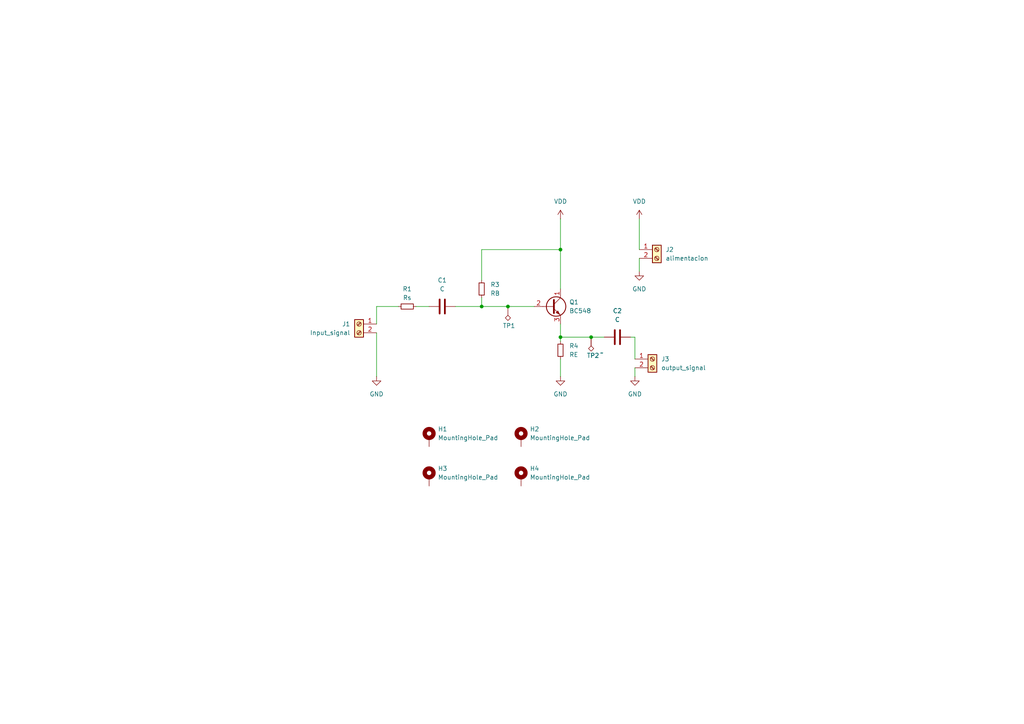
<source format=kicad_sch>
(kicad_sch (version 20250114) (generator "eeschema") (generator_version "9.0")
  (paper "A4")
  (lib_symbols
    (symbol "Connector:Screw_Terminal_01x02" (pin_names (offset 1.016) (hide yes))
      (property "Reference" "J" (at 0 2.54 0))
      (property "Value" "Screw_Terminal_01x02" (at 0 -5.08 0))
      (symbol "Screw_Terminal_01x02_1_1"
        (rectangle (start -1.27 1.27) (end 1.27 -3.81) (stroke (width 0.254)) (fill (type background)))
        (polyline (pts (xy -0.5334 0.3302) (xy 0.3302 -0.508)) (stroke (width 0.1524)))
        (polyline (pts (xy -0.5334 -2.2098) (xy 0.3302 -3.048)) (stroke (width 0.1524)))
        (polyline (pts (xy -0.3556 0.508) (xy 0.508 -0.3302)) (stroke (width 0.1524)))
        (polyline (pts (xy -0.3556 -2.032) (xy 0.508 -2.8702)) (stroke (width 0.1524)))
        (circle (center 0 0) (radius 0.635) (stroke (width 0.1524)))
        (circle (center 0 -2.54) (radius 0.635) (stroke (width 0.1524)))
        (pin passive line (at -5.08 0 0) (length 3.81) (name "Pin_1") (number "1"))
        (pin passive line (at -5.08 -2.54 0) (length 3.81) (name "Pin_2") (number "2"))
      )
    )
    (symbol "Connector:TestPoint_Alt" (pin_numbers (hide yes)) (pin_names (offset 0.762) (hide yes))
      (property "Reference" "TP" (at 0 6.858 0))
      (property "Value" "TestPoint_Alt" (at 0 5.08 0))
      (symbol "TestPoint_Alt_0_1"
        (polyline (pts (xy 0 2.54) (xy -0.762 3.302) (xy 0 4.064) (xy 0.762 3.302) (xy 0 2.54)))
      )
      (symbol "TestPoint_Alt_1_1"
        (pin passive line (at 0 0 90) (length 2.54) (name "1") (number "1"))
      )
    )
    (symbol "Device:C" (pin_numbers (hide yes)) (pin_names (offset 0.254))
      (property "Reference" "C" (at 0.635 2.54 0))
      (property "Value" "C" (at 0.635 -2.54 0))
      (symbol "C_0_1"
        (polyline (pts (xy -2.032 0.762) (xy 2.032 0.762)) (stroke (width 0.508)))
        (polyline (pts (xy -2.032 -0.762) (xy 2.032 -0.762)) (stroke (width 0.508)))
      )
      (symbol "C_1_1"
        (pin passive line (at 0 3.81 270) (length 2.794) (name "~") (number "1"))
        (pin passive line (at 0 -3.81 90) (length 2.794) (name "~") (number "2"))
      )
    )
    (symbol "Device:R_Small" (pin_numbers (hide yes)) (pin_names (offset 0.254) (hide yes))
      (property "Reference" "R" (at 0.762 0.508 0))
      (property "Value" "R_Small" (at 0.762 -1.016 0))
      (symbol "R_Small_0_1"
        (rectangle (start -0.762 1.778) (end 0.762 -1.778) (stroke (width 0.2032)))
      )
      (symbol "R_Small_1_1"
        (pin passive line (at 0 2.54 270) (length 0.762) (name "~") (number "1"))
        (pin passive line (at 0 -2.54 90) (length 0.762) (name "~") (number "2"))
      )
    )
    (symbol "Mechanical:MountingHole_Pad" (pin_numbers (hide yes)) (pin_names (offset 1.016) (hide yes)) (exclude_from_sim yes) (in_bom no)
      (property "Reference" "H" (at 0 6.35 0))
      (property "Value" "MountingHole_Pad" (at 0 4.445 0))
      (symbol "MountingHole_Pad_0_1"
        (circle (center 0 1.27) (radius 1.27) (stroke (width 1.27)))
      )
      (symbol "MountingHole_Pad_1_1"
        (pin input line (at 0 -2.54 90) (length 2.54) (name "1") (number "1"))
      )
    )
    (symbol "Transistor_BJT:BC548" (pin_names (offset 0) (hide yes))
      (property "Reference" "Q" (at 5.08 1.905 0))
      (property "Value" "BC548" (at 5.08 0 0))
      (symbol "BC548_0_1"
        (polyline (pts (xy -2.54 0) (xy 0.635 0)))
        (polyline (pts (xy 0.635 1.905) (xy 0.635 -1.905)) (stroke (width 0.508)))
        (circle (center 1.27 0) (radius 2.8194) (stroke (width 0.254)))
      )
      (symbol "BC548_1_1"
        (polyline (pts (xy 0.635 0.635) (xy 2.54 2.54)))
        (polyline (pts (xy 0.635 -0.635) (xy 2.54 -2.54)))
        (polyline (pts (xy 1.27 -1.778) (xy 1.778 -1.27) (xy 2.286 -2.286) (xy 1.27 -1.778)) (fill (type outline)))
        (pin input line (at -5.08 0 0) (length 2.54) (name "B") (number "2"))
        (pin passive line (at 2.54 5.08 270) (length 2.54) (name "C") (number "1"))
        (pin passive line (at 2.54 -5.08 90) (length 2.54) (name "E") (number "3"))
      )
    )
    (symbol "power:GND" (power) (pin_numbers (hide yes)) (pin_names (offset 0) (hide yes))
      (property "Value" "GND" (at 0 -3.81 0))
      (symbol "GND_0_1"
        (polyline (pts (xy 0 0) (xy 0 -1.27) (xy 1.27 -1.27) (xy 0 -2.54) (xy -1.27 -1.27) (xy 0 -1.27)))
      )
      (symbol "GND_1_1"
        (pin power_in line (at 0 0 270) (length 0) (name "~") (number "1"))
      )
    )
    (symbol "power:VDD" (power) (pin_numbers (hide yes)) (pin_names (offset 0) (hide yes))
      (property "Value" "VDD" (at 0 3.556 0))
      (symbol "VDD_0_1"
        (polyline (pts (xy -0.762 1.27) (xy 0 2.54)))
        (polyline (pts (xy 0 2.54) (xy 0.762 1.27)))
        (polyline (pts (xy 0 0) (xy 0 2.54)))
      )
      (symbol "VDD_1_1"
        (pin power_in line (at 0 0 90) (length 0) (name "~") (number "1"))
      )
    )
  )
  (junction (at 147.32 88.9))
  (junction (at 139.7 88.9))
  (junction (at 171.45 97.79))
  (junction (at 162.56 72.39))
  (junction (at 162.56 97.79))
  (wire (pts (xy 147.32 88.9) (xy 154.94 88.9)))
  (wire (pts (xy 139.7 86.36) (xy 139.7 88.9)))
  (wire (pts (xy 139.7 81.28) (xy 139.7 72.39)))
  (wire (pts (xy 162.56 63.5) (xy 162.56 72.39)))
  (wire (pts (xy 182.88 97.79) (xy 184.15 97.79)))
  (wire (pts (xy 162.56 97.79) (xy 162.56 99.06)))
  (wire (pts (xy 184.15 106.68) (xy 184.15 109.22)))
  (wire (pts (xy 139.7 72.39) (xy 162.56 72.39)))
  (wire (pts (xy 185.42 74.93) (xy 185.42 78.74)))
  (wire (pts (xy 171.45 97.79) (xy 175.26 97.79)))
  (wire (pts (xy 162.56 97.79) (xy 171.45 97.79)))
  (wire (pts (xy 162.56 93.98) (xy 162.56 97.79)))
  (wire (pts (xy 109.22 88.9) (xy 109.22 93.98)))
  (wire (pts (xy 162.56 72.39) (xy 162.56 83.82)))
  (wire (pts (xy 109.22 96.52) (xy 109.22 109.22)))
  (wire (pts (xy 132.08 88.9) (xy 139.7 88.9)))
  (wire (pts (xy 120.65 88.9) (xy 124.46 88.9)))
  (wire (pts (xy 185.42 63.5) (xy 185.42 72.39)))
  (wire (pts (xy 184.15 97.79) (xy 184.15 104.14)))
  (wire (pts (xy 115.57 88.9) (xy 109.22 88.9)))
  (wire (pts (xy 162.56 104.14) (xy 162.56 109.22)))
  (wire (pts (xy 139.7 88.9) (xy 147.32 88.9)))
  (symbol (lib_id "Mechanical:MountingHole_Pad") (at 151.13 127 0) (unit 1) (exclude_from_sim yes) (in_bom no)
    (property "Reference" "H2" (at 153.67 124.4599 0) (effects (justify left)))
    (property "Value" "MountingHole_Pad" (at 153.67 126.9999 0) (effects (justify left)))
    (property "Footprint" "MountingHole:MountingHole_2.2mm_M2_Pad_Via" (effects (hide yes)))
    (property "Description" "Mounting Hole with connection" (effects (hide yes)))
  )
  (symbol (lib_id "Connector:TestPoint_Alt") (at 147.32 88.9 180) (unit 1)
    (property "Reference" "TP1" (at 145.796 94.488 0) (effects (justify right)))
    (property "Value" "TestPoint_Alt" (effects (hide yes)))
    (property "Footprint" "Connector_Pin:Pin_D1.3mm_L11.0mm_LooseFit" (effects (hide yes)))
    (property "Description" "test point (alternative shape)" (effects (hide yes)))
  )
  (symbol (lib_id "Device:C") (at 128.27 88.9 90) (unit 1)
    (property "Reference" "C1" (at 128.27 81.28 90))
    (property "Value" "C" (at 128.27 83.82 90))
    (property "Footprint" "Capacitor_THT:C_Rect_L4.6mm_W3.0mm_P2.50mm_MKS02_FKP02" (effects (hide yes)))
    (property "Description" "Unpolarized capacitor" (effects (hide yes)))
  )
  (symbol (lib_id "Connector:TestPoint_Alt") (at 171.45 97.79 180) (unit 1)
    (property "Reference" "TP2" (at 170.18 103.124 0) (effects (justify right)))
    (property "Value" "~" (at 173.99 102.362 0) (effects (justify right)))
    (property "Footprint" "Connector_Pin:Pin_D1.3mm_L11.0mm_LooseFit" (effects (hide yes)))
    (property "Description" "test point (alternative shape)" (effects (hide yes)))
  )
  (symbol (lib_id "power:GND") (at 184.15 109.22 0) (unit 1)
    (property "Reference" "#PWR02" (effects (hide yes)))
    (property "Value" "GND" (at 184.15 114.3 0))
    (property "Description" "Power symbol creates a global label with name \"GND\" , ground" (effects (hide yes)))
  )
  (symbol (lib_id "Device:R_Small") (at 162.56 101.6 0) (unit 1)
    (property "Reference" "R4" (at 165.1 100.3299 0) (effects (justify left)))
    (property "Value" "RE" (at 165.1 102.8699 0) (effects (justify left)))
    (property "Footprint" "Resistor_THT:R_Axial_DIN0204_L3.6mm_D1.6mm_P5.08mm_Vertical" (effects (hide yes)))
    (property "Description" "Resistor, small symbol" (effects (hide yes)))
  )
  (symbol (lib_id "Mechanical:MountingHole_Pad") (at 124.46 138.43 0) (unit 1) (exclude_from_sim yes) (in_bom no)
    (property "Reference" "H3" (at 127 135.8899 0) (effects (justify left)))
    (property "Value" "MountingHole_Pad" (at 127 138.4299 0) (effects (justify left)))
    (property "Footprint" "MountingHole:MountingHole_2.2mm_M2_Pad_Via" (effects (hide yes)))
    (property "Description" "Mounting Hole with connection" (effects (hide yes)))
  )
  (symbol (lib_id "power:VDD") (at 185.42 63.5 0) (unit 1)
    (property "Reference" "#PWR06" (effects (hide yes)))
    (property "Value" "VDD" (at 185.42 58.42 0))
    (property "Description" "Power symbol creates a global label with name \"VDD\"" (effects (hide yes)))
  )
  (symbol (lib_id "Device:R_Small") (at 118.11 88.9 90) (unit 1)
    (property "Reference" "R1" (at 118.11 83.82 90))
    (property "Value" "Rs" (at 118.11 86.36 90))
    (property "Footprint" "Resistor_THT:R_Axial_DIN0204_L3.6mm_D1.6mm_P5.08mm_Vertical" (effects (hide yes)))
    (property "Description" "Resistor, small symbol" (effects (hide yes)))
  )
  (symbol (lib_id "Connector:Screw_Terminal_01x02") (at 104.14 93.98 0) (mirror y) (unit 1)
    (property "Reference" "J1" (at 101.6 93.9799 0) (effects (justify left)))
    (property "Value" "Input_signal" (at 101.6 96.5199 0) (effects (justify left)))
    (property "Footprint" "TerminalBlock:TerminalBlock_bornier-2_P5.08mm" (effects (hide yes)))
    (property "Description" "Generic screw terminal, single row, 01x02, script generated (kicad-library-utils/schlib/autogen/connector/)" (effects (hide yes)))
  )
  (symbol (lib_id "power:GND") (at 162.56 109.22 0) (unit 1)
    (property "Reference" "#PWR01" (effects (hide yes)))
    (property "Value" "GND" (at 162.56 114.3 0))
    (property "Description" "Power symbol creates a global label with name \"GND\" , ground" (effects (hide yes)))
  )
  (symbol (lib_id "power:GND") (at 109.22 109.22 0) (unit 1)
    (property "Reference" "#PWR04" (effects (hide yes)))
    (property "Value" "GND" (at 109.22 114.3 0))
    (property "Description" "Power symbol creates a global label with name \"GND\" , ground" (effects (hide yes)))
  )
  (symbol (lib_id "Device:R_Small") (at 139.7 83.82 0) (unit 1)
    (property "Reference" "R3" (at 142.24 82.5499 0) (effects (justify left)))
    (property "Value" "RB" (at 142.24 85.0899 0) (effects (justify left)))
    (property "Footprint" "Resistor_THT:R_Axial_DIN0204_L3.6mm_D1.6mm_P5.08mm_Vertical" (effects (hide yes)))
    (property "Description" "Resistor, small symbol" (effects (hide yes)))
  )
  (symbol (lib_id "Connector:Screw_Terminal_01x02") (at 190.5 72.39 0) (unit 1)
    (property "Reference" "J2" (at 193.04 72.3899 0) (effects (justify left)))
    (property "Value" "alimentacion" (at 193.04 74.9299 0) (effects (justify left)))
    (property "Footprint" "TerminalBlock:TerminalBlock_bornier-2_P5.08mm" (effects (hide yes)))
    (property "Description" "Generic screw terminal, single row, 01x02, script generated (kicad-library-utils/schlib/autogen/connector/)" (effects (hide yes)))
  )
  (symbol (lib_id "Mechanical:MountingHole_Pad") (at 151.13 138.43 0) (unit 1) (exclude_from_sim yes) (in_bom no)
    (property "Reference" "H4" (at 153.67 135.8899 0) (effects (justify left)))
    (property "Value" "MountingHole_Pad" (at 153.67 138.4299 0) (effects (justify left)))
    (property "Footprint" "MountingHole:MountingHole_2.2mm_M2_Pad_Via" (effects (hide yes)))
    (property "Description" "Mounting Hole with connection" (effects (hide yes)))
  )
  (symbol (lib_id "Connector:Screw_Terminal_01x02") (at 189.23 104.14 0) (unit 1)
    (property "Reference" "J3" (at 191.77 104.1399 0) (effects (justify left)))
    (property "Value" "output_signal" (at 191.77 106.6799 0) (effects (justify left)))
    (property "Footprint" "TerminalBlock:TerminalBlock_bornier-2_P5.08mm" (effects (hide yes)))
    (property "Description" "Generic screw terminal, single row, 01x02, script generated (kicad-library-utils/schlib/autogen/connector/)" (effects (hide yes)))
  )
  (symbol (lib_id "Mechanical:MountingHole_Pad") (at 124.46 127 0) (unit 1) (exclude_from_sim yes) (in_bom no)
    (property "Reference" "H1" (at 127 124.4599 0) (effects (justify left)))
    (property "Value" "MountingHole_Pad" (at 127 126.9999 0) (effects (justify left)))
    (property "Footprint" "MountingHole:MountingHole_2.2mm_M2_Pad_Via" (effects (hide yes)))
    (property "Description" "Mounting Hole with connection" (effects (hide yes)))
  )
  (symbol (lib_id "power:VDD") (at 162.56 63.5 0) (unit 1)
    (property "Reference" "#PWR05" (effects (hide yes)))
    (property "Value" "VDD" (at 162.56 58.42 0))
    (property "Description" "Power symbol creates a global label with name \"VDD\"" (effects (hide yes)))
  )
  (symbol (lib_id "Device:C") (at 179.07 97.79 90) (unit 1)
    (property "Reference" "C2" (at 179.07 90.17 90))
    (property "Value" "C" (at 179.07 92.71 90))
    (property "Footprint" "Capacitor_THT:C_Rect_L4.6mm_W3.0mm_P2.50mm_MKS02_FKP02" (effects (hide yes)))
    (property "Description" "Unpolarized capacitor" (effects (hide yes)))
  )
  (symbol (lib_id "Transistor_BJT:BC548") (at 160.02 88.9 0) (unit 1)
    (property "Reference" "Q1" (at 165.1 87.6299 0) (effects (justify left)))
    (property "Value" "BC548" (at 165.1 90.1699 0) (effects (justify left)))
    (property "Footprint" "Package_TO_SOT_THT:TO-92_Inline" (effects (hide yes)))
    (property "Datasheet" "https://www.onsemi.com/pub/Collateral/BC550-D.pdf" (effects (hide yes)))
    (property "Description" "0.1A Ic, 30V Vce, Small Signal NPN Transistor, TO-92" (effects (hide yes)))
  )
  (symbol (lib_id "power:GND") (at 185.42 78.74 0) (unit 1)
    (property "Reference" "#PWR03" (effects (hide yes)))
    (property "Value" "GND" (at 185.42 83.82 0))
    (property "Description" "Power symbol creates a global label with name \"GND\" , ground" (effects (hide yes)))
  )
)
</source>
